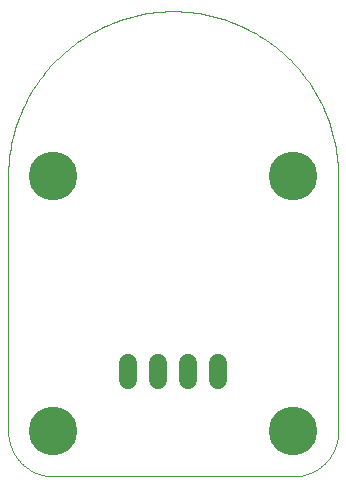
<source format=gbs>
G75*
%MOIN*%
%OFA0B0*%
%FSLAX25Y25*%
%IPPOS*%
%LPD*%
%AMOC8*
5,1,8,0,0,1.08239X$1,22.5*
%
%ADD10C,0.00000*%
%ADD11C,0.05943*%
%ADD12C,0.16211*%
D10*
X0021800Y0019006D02*
X0101800Y0019006D01*
X0102162Y0019010D01*
X0102525Y0019024D01*
X0102887Y0019045D01*
X0103248Y0019076D01*
X0103608Y0019115D01*
X0103967Y0019163D01*
X0104325Y0019220D01*
X0104682Y0019285D01*
X0105037Y0019359D01*
X0105390Y0019442D01*
X0105741Y0019533D01*
X0106089Y0019632D01*
X0106435Y0019740D01*
X0106779Y0019856D01*
X0107119Y0019981D01*
X0107456Y0020113D01*
X0107790Y0020254D01*
X0108121Y0020403D01*
X0108448Y0020560D01*
X0108771Y0020724D01*
X0109090Y0020896D01*
X0109404Y0021076D01*
X0109715Y0021264D01*
X0110020Y0021459D01*
X0110321Y0021661D01*
X0110617Y0021871D01*
X0110907Y0022087D01*
X0111193Y0022311D01*
X0111473Y0022541D01*
X0111747Y0022778D01*
X0112015Y0023022D01*
X0112278Y0023272D01*
X0112534Y0023528D01*
X0112784Y0023791D01*
X0113028Y0024059D01*
X0113265Y0024333D01*
X0113495Y0024613D01*
X0113719Y0024899D01*
X0113935Y0025189D01*
X0114145Y0025485D01*
X0114347Y0025786D01*
X0114542Y0026091D01*
X0114730Y0026402D01*
X0114910Y0026716D01*
X0115082Y0027035D01*
X0115246Y0027358D01*
X0115403Y0027685D01*
X0115552Y0028016D01*
X0115693Y0028350D01*
X0115825Y0028687D01*
X0115950Y0029027D01*
X0116066Y0029371D01*
X0116174Y0029717D01*
X0116273Y0030065D01*
X0116364Y0030416D01*
X0116447Y0030769D01*
X0116521Y0031124D01*
X0116586Y0031481D01*
X0116643Y0031839D01*
X0116691Y0032198D01*
X0116730Y0032558D01*
X0116761Y0032919D01*
X0116782Y0033281D01*
X0116796Y0033644D01*
X0116800Y0034006D01*
X0116800Y0119006D01*
X0116784Y0120345D01*
X0116735Y0121684D01*
X0116653Y0123021D01*
X0116539Y0124355D01*
X0116393Y0125687D01*
X0116214Y0127014D01*
X0116003Y0128337D01*
X0115759Y0129654D01*
X0115484Y0130965D01*
X0115177Y0132268D01*
X0114838Y0133564D01*
X0114468Y0134851D01*
X0114067Y0136129D01*
X0113634Y0137397D01*
X0113171Y0138654D01*
X0112677Y0139899D01*
X0112153Y0141132D01*
X0111600Y0142351D01*
X0111016Y0143557D01*
X0110404Y0144748D01*
X0109763Y0145924D01*
X0109093Y0147084D01*
X0108395Y0148227D01*
X0107670Y0149353D01*
X0106917Y0150461D01*
X0106138Y0151551D01*
X0105332Y0152621D01*
X0104501Y0153671D01*
X0103644Y0154700D01*
X0102762Y0155709D01*
X0101857Y0156695D01*
X0100927Y0157659D01*
X0099974Y0158601D01*
X0098999Y0159519D01*
X0098001Y0160412D01*
X0096982Y0161282D01*
X0095942Y0162126D01*
X0094882Y0162944D01*
X0093802Y0163737D01*
X0092704Y0164503D01*
X0091586Y0165242D01*
X0090452Y0165954D01*
X0089300Y0166637D01*
X0088132Y0167293D01*
X0086948Y0167920D01*
X0085750Y0168518D01*
X0084537Y0169086D01*
X0083311Y0169625D01*
X0082072Y0170134D01*
X0080821Y0170612D01*
X0079558Y0171060D01*
X0078286Y0171477D01*
X0077003Y0171863D01*
X0075711Y0172218D01*
X0074411Y0172541D01*
X0073104Y0172832D01*
X0071790Y0173091D01*
X0070470Y0173318D01*
X0069145Y0173513D01*
X0067815Y0173676D01*
X0066482Y0173806D01*
X0065147Y0173904D01*
X0063809Y0173969D01*
X0062470Y0174002D01*
X0061130Y0174002D01*
X0059791Y0173969D01*
X0058453Y0173904D01*
X0057118Y0173806D01*
X0055785Y0173676D01*
X0054455Y0173513D01*
X0053130Y0173318D01*
X0051810Y0173091D01*
X0050496Y0172832D01*
X0049189Y0172541D01*
X0047889Y0172218D01*
X0046597Y0171863D01*
X0045314Y0171477D01*
X0044042Y0171060D01*
X0042779Y0170612D01*
X0041528Y0170134D01*
X0040289Y0169625D01*
X0039063Y0169086D01*
X0037850Y0168518D01*
X0036652Y0167920D01*
X0035468Y0167293D01*
X0034300Y0166637D01*
X0033148Y0165954D01*
X0032014Y0165242D01*
X0030896Y0164503D01*
X0029798Y0163737D01*
X0028718Y0162944D01*
X0027658Y0162126D01*
X0026618Y0161282D01*
X0025599Y0160412D01*
X0024601Y0159519D01*
X0023626Y0158601D01*
X0022673Y0157659D01*
X0021743Y0156695D01*
X0020838Y0155709D01*
X0019956Y0154700D01*
X0019099Y0153671D01*
X0018268Y0152621D01*
X0017462Y0151551D01*
X0016683Y0150461D01*
X0015930Y0149353D01*
X0015205Y0148227D01*
X0014507Y0147084D01*
X0013837Y0145924D01*
X0013196Y0144748D01*
X0012584Y0143557D01*
X0012000Y0142351D01*
X0011447Y0141132D01*
X0010923Y0139899D01*
X0010429Y0138654D01*
X0009966Y0137397D01*
X0009533Y0136129D01*
X0009132Y0134851D01*
X0008762Y0133564D01*
X0008423Y0132268D01*
X0008116Y0130965D01*
X0007841Y0129654D01*
X0007597Y0128337D01*
X0007386Y0127014D01*
X0007207Y0125687D01*
X0007061Y0124355D01*
X0006947Y0123021D01*
X0006865Y0121684D01*
X0006816Y0120345D01*
X0006800Y0119006D01*
X0006800Y0034006D01*
X0006804Y0033644D01*
X0006818Y0033281D01*
X0006839Y0032919D01*
X0006870Y0032558D01*
X0006909Y0032198D01*
X0006957Y0031839D01*
X0007014Y0031481D01*
X0007079Y0031124D01*
X0007153Y0030769D01*
X0007236Y0030416D01*
X0007327Y0030065D01*
X0007426Y0029717D01*
X0007534Y0029371D01*
X0007650Y0029027D01*
X0007775Y0028687D01*
X0007907Y0028350D01*
X0008048Y0028016D01*
X0008197Y0027685D01*
X0008354Y0027358D01*
X0008518Y0027035D01*
X0008690Y0026716D01*
X0008870Y0026402D01*
X0009058Y0026091D01*
X0009253Y0025786D01*
X0009455Y0025485D01*
X0009665Y0025189D01*
X0009881Y0024899D01*
X0010105Y0024613D01*
X0010335Y0024333D01*
X0010572Y0024059D01*
X0010816Y0023791D01*
X0011066Y0023528D01*
X0011322Y0023272D01*
X0011585Y0023022D01*
X0011853Y0022778D01*
X0012127Y0022541D01*
X0012407Y0022311D01*
X0012693Y0022087D01*
X0012983Y0021871D01*
X0013279Y0021661D01*
X0013580Y0021459D01*
X0013885Y0021264D01*
X0014196Y0021076D01*
X0014510Y0020896D01*
X0014829Y0020724D01*
X0015152Y0020560D01*
X0015479Y0020403D01*
X0015810Y0020254D01*
X0016144Y0020113D01*
X0016481Y0019981D01*
X0016821Y0019856D01*
X0017165Y0019740D01*
X0017511Y0019632D01*
X0017859Y0019533D01*
X0018210Y0019442D01*
X0018563Y0019359D01*
X0018918Y0019285D01*
X0019275Y0019220D01*
X0019633Y0019163D01*
X0019992Y0019115D01*
X0020352Y0019076D01*
X0020713Y0019045D01*
X0021075Y0019024D01*
X0021438Y0019010D01*
X0021800Y0019006D01*
D11*
X0046800Y0051234D02*
X0046800Y0056778D01*
X0056800Y0056778D02*
X0056800Y0051234D01*
X0066800Y0051234D02*
X0066800Y0056778D01*
X0076800Y0056778D02*
X0076800Y0051234D01*
D12*
X0101800Y0034006D03*
X0101800Y0119006D03*
X0021800Y0119006D03*
X0021800Y0034006D03*
M02*

</source>
